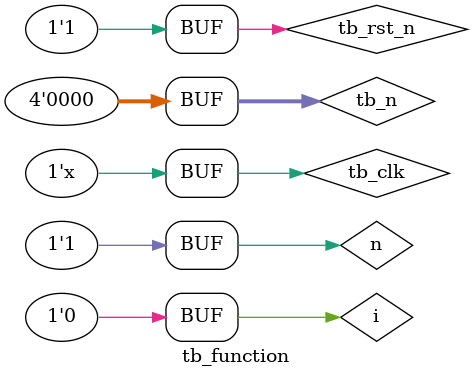
<source format=v>
`timescale 1ns/100ps
`include "./function.v"


module tb_function(
);

reg tb_rst_n, tb_clk;
reg [3:0] tb_n;
wire [31:0] tb_result;

reg i;

initial
	begin
		tb_rst_n = 1'b0;
		tb_clk = 1'b0;
		tb_n = 1'b0;
		#100
		tb_rst_n = 1'b1;
		#10
		for (i = 0;i <= 15; i = i + 1)
			begin
				#200
				n = i;
			end
	end
	
always #50 tb_clk = ~tb_clk;

func func_inst(
	.rst_n(tb_rst_n),
	.clk(tb_clk),
	.n(tb_n),
	.result(tb_result)
);

endmodule



</source>
